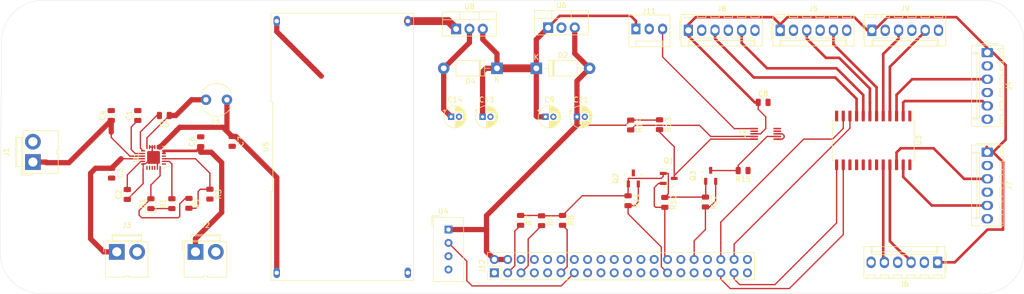
<source format=kicad_pcb>
(kicad_pcb (version 20171130) (host pcbnew "(5.1.5)-3")
  (layers (0 F.Cu signal) (31 B.Cu signal) (34 B.Paste user) (35 F.Paste user) (36 B.SilkS user) (37 F.SilkS user) (38 B.Mask user) (39 F.Mask user) (44 Edge.Cuts user))
  (net 0 "")
  (net 1 GND)
  (net 2 "Net-(C1-Pad1)")
  (net 3 "Net-(C2-Pad2)")
  (net 4 "/Gerenciamento de Bateria/Vusb")
  (net 5 "/Gerenciamento de Bateria/Vext_dc")
  (net 6 "/Gerenciamento de Bateria/SW")
  (net 7 "/Gerenciamento de Bateria/BOOT")
  (net 8 "/Gerenciamento de Bateria/VBAT")
  (net 9 /Reguladores/Vin)
  (net 10 +5V)
  (net 11 +3V3)
  (net 12 "Net-(D1-Pad1)")
  (net 13 "/Gerenciamento de Bateria/VDRV")
  (net 14 /I6)
  (net 15 /I7)
  (net 16 /I3)
  (net 17 /I2)
  (net 18 /I10)
  (net 19 /I11)
  (net 20 /I9)
  (net 21 /I8)
  (net 22 /I1)
  (net 23 /I0)
  (net 24 /I5)
  (net 25 /I4)
  (net 26 /9Vin)
  (net 27 "/Gerenciamento de Bateria/BQ_SDA")
  (net 28 "/Gerenciamento de Bateria/BQ_SCL")
  (net 29 "/Gerenciamento de Bateria/BQ_INT")
  (net 30 /Sensores/DHT_OUT)
  (net 31 /S0)
  (net 32 /S1)
  (net 33 /S2)
  (net 34 /AD_SDA)
  (net 35 /AD_SCL)
  (net 36 /AD_ALERT)
  (net 37 /S3)
  (net 38 "/Gerenciamento de Bateria/STAT")
  (net 39 "/Gerenciamento de Bateria/BAT_NTC")
  (net 40 /ADS1115+MUX/AIN0)
  (net 41 /RASP_SDA0)
  (net 42 /RASP_SCL0)
  (net 43 /RASP_INT0)
  (net 44 AIN2)
  (module Connector_Molex:Molex_KK-254_AE-6410-06A_1x06_P2.54mm_Vertical (layer F.Cu) (at 207 86 270)
    (fp_text reference J7 (at 6.35 -4.12 90) (layer F.SilkS))
    (fp_text value Conn_01x06_Male)
    (pad 1 thru_hole roundrect (at 0 0 270) (size 1.74 2.2) (drill 1.2) (layers *.Cu *.Mask) (roundrect_rratio 0.143678) (net 10 +5V))
    (pad 2 thru_hole oval (at 2.54 0 270) (size 1.74 2.2) (drill 1.2) (layers *.Cu *.Mask) (net 1 GND))
    (pad 3 thru_hole oval (at 5.08 0 270) (size 1.74 2.2) (drill 1.2) (layers *.Cu *.Mask) (net 20 /I9))
    (pad 4 thru_hole oval (at 7.62 0 270) (size 1.74 2.2) (drill 1.2) (layers *.Cu *.Mask) (net 1 GND))
    (pad 5 thru_hole oval (at 10.16 0 270) (size 1.74 2.2) (drill 1.2) (layers *.Cu *.Mask) (net 21 /I8))
    (pad 6 thru_hole oval (at 12.7 0 270) (size 1.74 2.2) (drill 1.2) (layers *.Cu *.Mask) (net 1 GND))
  )
  (module 22-23-2061:DIP-4_1889_ELL (layer F.Cu) (at 84 85)
    (fp_text reference U5 (at -14.6 0 90) (layer F.SilkS))
    (fp_text value BUCK_BOOST_BOARD)
    (pad 2 thru_hole oval (at 12.5 24) (size 1.2 2) (drill 0.8) (layers *.Cu *.Mask) (net 1 GND))
    (pad 4 thru_hole oval (at 12.5 -24) (size 1.2 2) (drill 0.8) (layers *.Cu *.Mask) (net 1 GND))
    (pad 1 thru_hole oval (at -12.5 24) (size 1.2 2) (drill 0.8) (layers *.Cu *.Mask) (net 9 /Reguladores/Vin))
    (pad 3 thru_hole oval (at -12.5 -24) (size 1.2 2) (drill 0.8) (layers *.Cu *.Mask) (net 26 /9Vin))
  )
  (module Capacitor_SMD:C_0805_2012Metric (layer F.Cu) (at 45 79 90)
    (fp_text reference C1 (at 0 -1.65 90) (layer F.SilkS))
    (fp_text value 4,7uF)
    (pad 2 smd roundrect (at 0.9375 0 90) (size 0.975 1.4) (layers F.Cu F.Paste F.Mask) (net 1 GND))
    (pad 1 smd roundrect (at -0.9375 0 90) (size 0.975 1.4) (layers F.Cu F.Paste F.Mask) (net 2 "Net-(C1-Pad1)"))
  )
  (module Capacitor_SMD:C_0805_2012Metric (layer F.Cu) (at 43 94.0625 90)
    (fp_text reference C2 (at 0 -1.65 90) (layer F.SilkS))
    (fp_text value 4,7uF)
    (pad 2 smd roundrect (at 0.9375 0 90) (size 0.975 1.4) (layers F.Cu F.Paste F.Mask) (net 3 "Net-(C2-Pad2)"))
    (pad 1 smd roundrect (at -0.9375 0 90) (size 0.975 1.4) (layers F.Cu F.Paste F.Mask) (net 1 GND))
  )
  (module Capacitor_SMD:C_0805_2012Metric (layer F.Cu) (at 40 90 270)
    (fp_text reference C3 (at 0 -1.65 90) (layer F.SilkS))
    (fp_text value 1uF)
    (pad 1 smd roundrect (at -0.9375 0 270) (size 0.975 1.4) (layers F.Cu F.Paste F.Mask) (net 4 "/Gerenciamento de Bateria/Vusb"))
    (pad 2 smd roundrect (at 0.9375 0 270) (size 0.975 1.4) (layers F.Cu F.Paste F.Mask) (net 1 GND))
  )
  (module Capacitor_SMD:C_0805_2012Metric (layer F.Cu) (at 39.9375 79 90)
    (fp_text reference C4 (at 0 -1.65 90) (layer F.SilkS))
    (fp_text value 1uF)
    (pad 2 smd roundrect (at 0.9375 0 90) (size 0.975 1.4) (layers F.Cu F.Paste F.Mask) (net 1 GND))
    (pad 1 smd roundrect (at -0.9375 0 90) (size 0.975 1.4) (layers F.Cu F.Paste F.Mask) (net 5 "/Gerenciamento de Bateria/Vext_dc"))
  )
  (module Capacitor_SMD:C_0805_2012Metric (layer F.Cu) (at 50.0625 79 180)
    (fp_text reference C5 (at 0 -1.65) (layer F.SilkS))
    (fp_text value 0,01uF)
    (pad 1 smd roundrect (at -0.9375 0 180) (size 0.975 1.4) (layers F.Cu F.Paste F.Mask) (net 6 "/Gerenciamento de Bateria/SW"))
    (pad 2 smd roundrect (at 0.9375 0 180) (size 0.975 1.4) (layers F.Cu F.Paste F.Mask) (net 7 "/Gerenciamento de Bateria/BOOT"))
  )
  (module Capacitor_SMD:C_0805_2012Metric (layer F.Cu) (at 57 84 90)
    (fp_text reference C6 (at 0 -1.65 90) (layer F.SilkS))
    (fp_text value 1uF)
    (pad 2 smd roundrect (at 0.9375 0 90) (size 0.975 1.4) (layers F.Cu F.Paste F.Mask) (net 1 GND))
    (pad 1 smd roundrect (at -0.9375 0 90) (size 0.975 1.4) (layers F.Cu F.Paste F.Mask) (net 8 "/Gerenciamento de Bateria/VBAT"))
  )
  (module Capacitor_SMD:C_0805_2012Metric (layer F.Cu) (at 63 83.9375 270)
    (fp_text reference C7 (at 0 -1.65 90) (layer F.SilkS))
    (fp_text value 1uF)
    (pad 1 smd roundrect (at -0.9375 0 270) (size 0.975 1.4) (layers F.Cu F.Paste F.Mask) (net 9 /Reguladores/Vin))
    (pad 2 smd roundrect (at 0.9375 0 270) (size 0.975 1.4) (layers F.Cu F.Paste F.Mask) (net 1 GND))
  )
  (module Capacitor_SMD:C_0805_2012Metric (layer F.Cu) (at 164.25 76.5)
    (fp_text reference C8 (at 0 -1.65) (layer F.SilkS))
    (fp_text value 1uF)
    (pad 1 smd roundrect (at -0.9375 0) (size 0.975 1.4) (layers F.Cu F.Paste F.Mask) (net 10 +5V))
    (pad 2 smd roundrect (at 0.9375 0) (size 0.975 1.4) (layers F.Cu F.Paste F.Mask) (net 1 GND))
  )
  (module Capacitor_THT:CP_Radial_D4.0mm_P1.50mm (layer F.Cu) (at 122.75 79.25)
    (fp_text reference C9 (at 0.75 -3.25) (layer F.SilkS))
    (fp_text value 0,33uF)
    (pad 1 thru_hole rect (at 0 0) (size 1.2 1.2) (drill 0.6) (layers *.Cu *.Mask) (net 26 /9Vin))
    (pad 2 thru_hole circle (at 1.5 0) (size 1.2 1.2) (drill 0.6) (layers *.Cu *.Mask) (net 1 GND))
  )
  (module Capacitor_THT:CP_Radial_D4.0mm_P1.50mm (layer F.Cu) (at 128.75 79.25)
    (fp_text reference C11 (at 0.75 -3.25) (layer F.SilkS))
    (fp_text value 0,1uF)
    (pad 2 thru_hole circle (at 1.5 0) (size 1.2 1.2) (drill 0.6) (layers *.Cu *.Mask) (net 1 GND))
    (pad 1 thru_hole rect (at 0 0) (size 1.2 1.2) (drill 0.6) (layers *.Cu *.Mask) (net 10 +5V))
  )
  (module Capacitor_THT:CP_Radial_D4.0mm_P1.50mm (layer F.Cu) (at 110.75 79.25)
    (fp_text reference C13 (at 0.75 -3.25) (layer F.SilkS))
    (fp_text value 0,33uF)
    (pad 1 thru_hole rect (at 0 0) (size 1.2 1.2) (drill 0.6) (layers *.Cu *.Mask) (net 26 /9Vin))
    (pad 2 thru_hole circle (at 1.5 0) (size 1.2 1.2) (drill 0.6) (layers *.Cu *.Mask) (net 1 GND))
  )
  (module Capacitor_THT:CP_Radial_D4.0mm_P1.50mm (layer F.Cu) (at 104.75 79.235001)
    (fp_text reference C14 (at 0.75 -3.25) (layer F.SilkS))
    (fp_text value 0,1uF)
    (pad 2 thru_hole circle (at 1.5 0) (size 1.2 1.2) (drill 0.6) (layers *.Cu *.Mask) (net 1 GND))
    (pad 1 thru_hole rect (at 0 0) (size 1.2 1.2) (drill 0.6) (layers *.Cu *.Mask) (net 11 +3V3))
  )
  (module LED_SMD:LED_0805_2012Metric (layer F.Cu) (at 47.5 95.8125 90)
    (fp_text reference D1 (at 0 -1.65 90) (layer F.SilkS))
    (fp_text value LED)
    (pad 1 smd roundrect (at -0.9375 0 90) (size 0.975 1.4) (layers F.Cu F.Paste F.Mask) (net 12 "Net-(D1-Pad1)"))
    (pad 2 smd roundrect (at 0.9375 0 90) (size 0.975 1.4) (layers F.Cu F.Paste F.Mask) (net 13 "/Gerenciamento de Bateria/VDRV"))
  )
  (module Diode_THT:D_DO-41_SOD81_P10.16mm_Horizontal (layer F.Cu) (at 121 70)
    (fp_text reference D2 (at 5.08 -2.47) (layer F.SilkS))
    (fp_text value 1N4001)
    (fp_text user K (at 0 -2.1) (layer F.SilkS))
    (pad 2 thru_hole oval (at 10.16 0) (size 2.2 2.2) (drill 1.1) (layers *.Cu *.Mask) (net 10 +5V))
    (pad 1 thru_hole rect (at 0 0) (size 2.2 2.2) (drill 1.1) (layers *.Cu *.Mask) (net 26 /9Vin))
  )
  (module Diode_THT:D_DO-41_SOD81_P10.16mm_Horizontal (layer F.Cu) (at 113.5 70 180)
    (fp_text reference D4 (at 5.08 -2.47) (layer F.SilkS))
    (fp_text value 1N4001)
    (fp_text user K (at 0 -2.1) (layer F.SilkS))
    (pad 1 thru_hole rect (at 0 0 180) (size 2.2 2.2) (drill 1.1) (layers *.Cu *.Mask) (net 26 /9Vin))
    (pad 2 thru_hole oval (at 10.16 0 180) (size 2.2 2.2) (drill 1.1) (layers *.Cu *.Mask) (net 11 +3V3))
  )
  (module Connector:JWT_A3963_1x02_P3.96mm_Vertical (layer F.Cu) (at 25 87.88 90)
    (fp_text reference J1 (at 1.91 -5.08 90) (layer F.SilkS))
    (fp_text value Conn_01x02_Male)
    (pad 1 thru_hole rect (at 0 0 90) (size 3 3) (drill 1.75) (layers *.Cu *.Mask) (net 5 "/Gerenciamento de Bateria/Vext_dc"))
    (pad 2 thru_hole circle (at 3.88 0 90) (size 3 3) (drill 1.75) (layers *.Cu *.Mask) (net 1 GND))
  )
  (module Connector:JWT_A3963_1x02_P3.96mm_Vertical (layer F.Cu) (at 56 105)
    (fp_text reference J2 (at 1.91 -5.08) (layer F.SilkS))
    (fp_text value Conn_01x02_Male)
    (pad 2 thru_hole circle (at 3.88 0) (size 3 3) (drill 1.75) (layers *.Cu *.Mask) (net 1 GND))
    (pad 1 thru_hole rect (at 0 0) (size 3 3) (drill 1.75) (layers *.Cu *.Mask) (net 8 "/Gerenciamento de Bateria/VBAT"))
  )
  (module Connector:JWT_A3963_1x02_P3.96mm_Vertical (layer F.Cu) (at 41 105)
    (fp_text reference J3 (at 1.91 -5.08) (layer F.SilkS))
    (fp_text value Conn_01x02_Female)
    (pad 1 thru_hole rect (at 0 0) (size 3 3) (drill 1.75) (layers *.Cu *.Mask) (net 4 "/Gerenciamento de Bateria/Vusb"))
    (pad 2 thru_hole circle (at 3.88 0) (size 3 3) (drill 1.75) (layers *.Cu *.Mask) (net 1 GND))
  )
  (module Connector_Molex:Molex_KK-254_AE-6410-06A_1x06_P2.54mm_Vertical (layer F.Cu) (at 207 67 270)
    (fp_text reference J4 (at 6.35 -4.12 90) (layer F.SilkS))
    (fp_text value Conn_01x06_Male)
    (pad 1 thru_hole roundrect (at 0 0 270) (size 1.74 2.2) (drill 1.2) (layers *.Cu *.Mask) (roundrect_rratio 0.143678) (net 10 +5V))
    (pad 2 thru_hole oval (at 2.54 0 270) (size 1.74 2.2) (drill 1.2) (layers *.Cu *.Mask) (net 1 GND))
    (pad 3 thru_hole oval (at 5.08 0 270) (size 1.74 2.2) (drill 1.2) (layers *.Cu *.Mask) (net 14 /I6))
    (pad 4 thru_hole oval (at 7.62 0 270) (size 1.74 2.2) (drill 1.2) (layers *.Cu *.Mask) (net 1 GND))
    (pad 5 thru_hole oval (at 10.16 0 270) (size 1.74 2.2) (drill 1.2) (layers *.Cu *.Mask) (net 15 /I7))
    (pad 6 thru_hole oval (at 12.7 0 270) (size 1.74 2.2) (drill 1.2) (layers *.Cu *.Mask) (net 1 GND))
  )
  (module Connector_Molex:Molex_KK-254_AE-6410-06A_1x06_P2.54mm_Vertical (layer F.Cu) (at 167.5 62.75)
    (fp_text reference J5 (at 6.35 -4.12) (layer F.SilkS))
    (fp_text value Conn_01x06_Male)
    (pad 6 thru_hole oval (at 12.7 0) (size 1.74 2.2) (drill 1.2) (layers *.Cu *.Mask) (net 1 GND))
    (pad 5 thru_hole oval (at 10.16 0) (size 1.74 2.2) (drill 1.2) (layers *.Cu *.Mask) (net 16 /I3))
    (pad 4 thru_hole oval (at 7.62 0) (size 1.74 2.2) (drill 1.2) (layers *.Cu *.Mask) (net 1 GND))
    (pad 3 thru_hole oval (at 5.08 0) (size 1.74 2.2) (drill 1.2) (layers *.Cu *.Mask) (net 17 /I2))
    (pad 2 thru_hole oval (at 2.54 0) (size 1.74 2.2) (drill 1.2) (layers *.Cu *.Mask) (net 1 GND))
    (pad 1 thru_hole roundrect (at 0 0) (size 1.74 2.2) (drill 1.2) (layers *.Cu *.Mask) (roundrect_rratio 0.143678) (net 10 +5V))
  )
  (module Connector_Molex:Molex_KK-254_AE-6410-06A_1x06_P2.54mm_Vertical (layer F.Cu) (at 197.54 107 180)
    (fp_text reference J6 (at 6.35 -4.12) (layer F.SilkS))
    (fp_text value Conn_01x06_Male)
    (pad 1 thru_hole roundrect (at 0 0 180) (size 1.74 2.2) (drill 1.2) (layers *.Cu *.Mask) (roundrect_rratio 0.143678) (net 10 +5V))
    (pad 2 thru_hole oval (at 2.54 0 180) (size 1.74 2.2) (drill 1.2) (layers *.Cu *.Mask) (net 1 GND))
    (pad 3 thru_hole oval (at 5.08 0 180) (size 1.74 2.2) (drill 1.2) (layers *.Cu *.Mask) (net 18 /I10))
    (pad 4 thru_hole oval (at 7.62 0 180) (size 1.74 2.2) (drill 1.2) (layers *.Cu *.Mask) (net 1 GND))
    (pad 5 thru_hole oval (at 10.16 0 180) (size 1.74 2.2) (drill 1.2) (layers *.Cu *.Mask) (net 19 /I11))
    (pad 6 thru_hole oval (at 12.7 0 180) (size 1.74 2.2) (drill 1.2) (layers *.Cu *.Mask) (net 1 GND))
  )
  (module Connector_Molex:Molex_KK-254_AE-6410-06A_1x06_P2.54mm_Vertical (layer F.Cu) (at 150 62.75)
    (fp_text reference J8 (at 6.35 -4.12) (layer F.SilkS))
    (fp_text value Conn_01x06_Male)
    (pad 6 thru_hole oval (at 12.7 0) (size 1.74 2.2) (drill 1.2) (layers *.Cu *.Mask) (net 1 GND))
    (pad 5 thru_hole oval (at 10.16 0) (size 1.74 2.2) (drill 1.2) (layers *.Cu *.Mask) (net 22 /I1))
    (pad 4 thru_hole oval (at 7.62 0) (size 1.74 2.2) (drill 1.2) (layers *.Cu *.Mask) (net 1 GND))
    (pad 3 thru_hole oval (at 5.08 0) (size 1.74 2.2) (drill 1.2) (layers *.Cu *.Mask) (net 23 /I0))
    (pad 2 thru_hole oval (at 2.54 0) (size 1.74 2.2) (drill 1.2) (layers *.Cu *.Mask) (net 1 GND))
    (pad 1 thru_hole roundrect (at 0 0) (size 1.74 2.2) (drill 1.2) (layers *.Cu *.Mask) (roundrect_rratio 0.143678) (net 10 +5V))
  )
  (module Connector_Molex:Molex_KK-254_AE-6410-06A_1x06_P2.54mm_Vertical (layer F.Cu) (at 185 62.75)
    (fp_text reference J9 (at 6.35 -4.12) (layer F.SilkS))
    (fp_text value Conn_01x06_Male)
    (pad 6 thru_hole oval (at 12.7 0) (size 1.74 2.2) (drill 1.2) (layers *.Cu *.Mask) (net 1 GND))
    (pad 5 thru_hole oval (at 10.16 0) (size 1.74 2.2) (drill 1.2) (layers *.Cu *.Mask) (net 24 /I5))
    (pad 4 thru_hole oval (at 7.62 0) (size 1.74 2.2) (drill 1.2) (layers *.Cu *.Mask) (net 1 GND))
    (pad 3 thru_hole oval (at 5.08 0) (size 1.74 2.2) (drill 1.2) (layers *.Cu *.Mask) (net 25 /I4))
    (pad 2 thru_hole oval (at 2.54 0) (size 1.74 2.2) (drill 1.2) (layers *.Cu *.Mask) (net 1 GND))
    (pad 1 thru_hole roundrect (at 0 0) (size 1.74 2.2) (drill 1.2) (layers *.Cu *.Mask) (roundrect_rratio 0.143678) (net 10 +5V))
  )
  (module Connector:FanPinHeader_1x03_P2.54mm_Vertical (layer F.Cu) (at 140 62.5)
    (fp_text reference J11 (at 2.5 -3.4) (layer F.SilkS))
    (fp_text value Conn_01x03_Female)
    (pad 1 thru_hole rect (at 0 0 90) (size 2.03 1.73) (drill 1.02) (layers *.Cu *.Mask) (net 26 /9Vin))
    (pad 2 thru_hole oval (at 2.54 0 90) (size 2.03 1.73) (drill 1.02) (layers *.Cu *.Mask) (net 1 GND))
    (pad 3 thru_hole oval (at 5.08 0 90) (size 2.03 1.73) (drill 1.02) (layers *.Cu *.Mask) (net 44 AIN2))
  )
  (module Connector_PinHeader_2.54mm:PinHeader_2x20_P2.54mm_Vertical (layer F.Cu) (at 113 109 90)
    (fp_text reference J12 (at 1.27 -2.33 90) (layer F.SilkS))
    (fp_text value Conn_02x20_Odd_Even)
    (pad 1 thru_hole rect (at 0 0 90) (size 1.7 1.7) (drill 1) (layers *.Cu *.Mask))
    (pad 2 thru_hole oval (at 2.54 0 90) (size 1.7 1.7) (drill 1) (layers *.Cu *.Mask) (net 10 +5V))
    (pad 3 thru_hole oval (at 0 2.54 90) (size 1.7 1.7) (drill 1) (layers *.Cu *.Mask) (net 27 "/Gerenciamento de Bateria/BQ_SDA"))
    (pad 4 thru_hole oval (at 2.54 2.54 90) (size 1.7 1.7) (drill 1) (layers *.Cu *.Mask) (net 10 +5V))
    (pad 5 thru_hole oval (at 0 5.08 90) (size 1.7 1.7) (drill 1) (layers *.Cu *.Mask) (net 28 "/Gerenciamento de Bateria/BQ_SCL"))
    (pad 6 thru_hole oval (at 2.54 5.08 90) (size 1.7 1.7) (drill 1) (layers *.Cu *.Mask))
    (pad 7 thru_hole oval (at 0 7.62 90) (size 1.7 1.7) (drill 1) (layers *.Cu *.Mask))
    (pad 8 thru_hole oval (at 2.54 7.62 90) (size 1.7 1.7) (drill 1) (layers *.Cu *.Mask))
    (pad 9 thru_hole oval (at 0 10.16 90) (size 1.7 1.7) (drill 1) (layers *.Cu *.Mask))
    (pad 10 thru_hole oval (at 2.54 10.16 90) (size 1.7 1.7) (drill 1) (layers *.Cu *.Mask))
    (pad 11 thru_hole oval (at 0 12.7 90) (size 1.7 1.7) (drill 1) (layers *.Cu *.Mask) (net 29 "/Gerenciamento de Bateria/BQ_INT"))
    (pad 12 thru_hole oval (at 2.54 12.7 90) (size 1.7 1.7) (drill 1) (layers *.Cu *.Mask))
    (pad 13 thru_hole oval (at 0 15.24 90) (size 1.7 1.7) (drill 1) (layers *.Cu *.Mask) (net 30 /Sensores/DHT_OUT))
    (pad 14 thru_hole oval (at 2.54 15.24 90) (size 1.7 1.7) (drill 1) (layers *.Cu *.Mask))
    (pad 15 thru_hole oval (at 0 17.78 90) (size 1.7 1.7) (drill 1) (layers *.Cu *.Mask))
    (pad 16 thru_hole oval (at 2.54 17.78 90) (size 1.7 1.7) (drill 1) (layers *.Cu *.Mask))
    (pad 17 thru_hole oval (at 0 20.32 90) (size 1.7 1.7) (drill 1) (layers *.Cu *.Mask))
    (pad 18 thru_hole oval (at 2.54 20.32 90) (size 1.7 1.7) (drill 1) (layers *.Cu *.Mask))
    (pad 19 thru_hole oval (at 0 22.86 90) (size 1.7 1.7) (drill 1) (layers *.Cu *.Mask))
    (pad 20 thru_hole oval (at 2.54 22.86 90) (size 1.7 1.7) (drill 1) (layers *.Cu *.Mask))
    (pad 21 thru_hole oval (at 0 25.4 90) (size 1.7 1.7) (drill 1) (layers *.Cu *.Mask))
    (pad 22 thru_hole oval (at 2.54 25.4 90) (size 1.7 1.7) (drill 1) (layers *.Cu *.Mask))
    (pad 23 thru_hole oval (at 0 27.94 90) (size 1.7 1.7) (drill 1) (layers *.Cu *.Mask))
    (pad 24 thru_hole oval (at 2.54 27.94 90) (size 1.7 1.7) (drill 1) (layers *.Cu *.Mask))
    (pad 25 thru_hole oval (at 0 30.48 90) (size 1.7 1.7) (drill 1) (layers *.Cu *.Mask))
    (pad 26 thru_hole oval (at 2.54 30.48 90) (size 1.7 1.7) (drill 1) (layers *.Cu *.Mask))
    (pad 27 thru_hole oval (at 0 33.02 90) (size 1.7 1.7) (drill 1) (layers *.Cu *.Mask) (net 41 /RASP_SDA0))
    (pad 28 thru_hole oval (at 2.54 33.02 90) (size 1.7 1.7) (drill 1) (layers *.Cu *.Mask) (net 42 /RASP_SCL0))
    (pad 29 thru_hole oval (at 0 35.56 90) (size 1.7 1.7) (drill 1) (layers *.Cu *.Mask))
    (pad 30 thru_hole oval (at 2.54 35.56 90) (size 1.7 1.7) (drill 1) (layers *.Cu *.Mask))
    (pad 31 thru_hole oval (at 0 38.1 90) (size 1.7 1.7) (drill 1) (layers *.Cu *.Mask))
    (pad 32 thru_hole oval (at 2.54 38.1 90) (size 1.7 1.7) (drill 1) (layers *.Cu *.Mask) (net 43 /RASP_INT0))
    (pad 33 thru_hole oval (at 0 40.64 90) (size 1.7 1.7) (drill 1) (layers *.Cu *.Mask))
    (pad 34 thru_hole oval (at 2.54 40.64 90) (size 1.7 1.7) (drill 1) (layers *.Cu *.Mask))
    (pad 35 thru_hole oval (at 0 43.18 90) (size 1.7 1.7) (drill 1) (layers *.Cu *.Mask) (net 33 /S2))
    (pad 36 thru_hole oval (at 2.54 43.18 90) (size 1.7 1.7) (drill 1) (layers *.Cu *.Mask) (net 32 /S1))
    (pad 37 thru_hole oval (at 0 45.72 90) (size 1.7 1.7) (drill 1) (layers *.Cu *.Mask) (net 37 /S3))
    (pad 38 thru_hole oval (at 2.54 45.72 90) (size 1.7 1.7) (drill 1) (layers *.Cu *.Mask) (net 31 /S0))
    (pad 39 thru_hole oval (at 0 48.26 90) (size 1.7 1.7) (drill 1) (layers *.Cu *.Mask))
    (pad 40 thru_hole oval (at 2.54 48.26 90) (size 1.7 1.7) (drill 1) (layers *.Cu *.Mask))
  )
  (module Inductor_THT:L_Radial_D6.0mm_P4.00mm (layer F.Cu) (at 62 76 180)
    (fp_text reference L1 (at 2 -4.25) (layer F.SilkS))
    (fp_text value 1,5uH)
    (pad 1 thru_hole circle (at 0 0 180) (size 2 2) (drill 1) (layers *.Cu *.Mask) (net 9 /Reguladores/Vin))
    (pad 2 thru_hole circle (at 4 0 180) (size 2 2) (drill 1) (layers *.Cu *.Mask) (net 6 "/Gerenciamento de Bateria/SW"))
  )
  (module Resistor_SMD:R_0805_2012Metric (layer F.Cu) (at 51.5 95.8125 90)
    (fp_text reference R1 (at 0 -1.65 90) (layer F.SilkS))
    (fp_text value 1K)
    (pad 1 smd roundrect (at -0.9375 0 90) (size 0.975 1.4) (layers F.Cu F.Paste F.Mask) (net 12 "Net-(D1-Pad1)"))
    (pad 2 smd roundrect (at 0.9375 0 90) (size 0.975 1.4) (layers F.Cu F.Paste F.Mask) (net 38 "/Gerenciamento de Bateria/STAT"))
  )
  (module Resistor_SMD:R_0805_2012Metric (layer F.Cu) (at 54.75 95.75 270)
    (fp_text reference R2 (at 0 -1.65 90) (layer F.SilkS))
    (fp_text value 10k)
    (pad 1 smd roundrect (at -0.9375 0 270) (size 0.975 1.4) (layers F.Cu F.Paste F.Mask) (net 13 "/Gerenciamento de Bateria/VDRV"))
    (pad 2 smd roundrect (at 0.9375 0 270) (size 0.975 1.4) (layers F.Cu F.Paste F.Mask) (net 39 "/Gerenciamento de Bateria/BAT_NTC"))
  )
  (module Resistor_SMD:R_0805_2012Metric (layer F.Cu) (at 58.75 94 270)
    (fp_text reference R3 (at 0 -1.65 90) (layer F.SilkS))
    (fp_text value 10K)
    (pad 2 smd roundrect (at 0.9375 0 270) (size 0.975 1.4) (layers F.Cu F.Paste F.Mask) (net 1 GND))
    (pad 1 smd roundrect (at -0.9375 0 270) (size 0.975 1.4) (layers F.Cu F.Paste F.Mask) (net 39 "/Gerenciamento de Bateria/BAT_NTC"))
  )
  (module Resistor_SMD:R_0805_2012Metric (layer F.Cu) (at 122 99.0625 270)
    (fp_text reference R4 (at 0 -1.65 90) (layer F.SilkS))
    (fp_text value 10k)
    (pad 2 smd roundrect (at 0.9375 0 270) (size 0.975 1.4) (layers F.Cu F.Paste F.Mask) (net 28 "/Gerenciamento de Bateria/BQ_SCL"))
    (pad 1 smd roundrect (at -0.9375 0 270) (size 0.975 1.4) (layers F.Cu F.Paste F.Mask) (net 11 +3V3))
  )
  (module Resistor_SMD:R_0805_2012Metric (layer F.Cu) (at 118 99 270)
    (fp_text reference R7 (at 0 -1.65 90) (layer F.SilkS))
    (fp_text value 10k)
    (pad 2 smd roundrect (at 0.9375 0 270) (size 0.975 1.4) (layers F.Cu F.Paste F.Mask) (net 27 "/Gerenciamento de Bateria/BQ_SDA"))
    (pad 1 smd roundrect (at -0.9375 0 270) (size 0.975 1.4) (layers F.Cu F.Paste F.Mask) (net 11 +3V3))
  )
  (module Resistor_SMD:R_0805_2012Metric (layer F.Cu) (at 126 99 270)
    (fp_text reference R8 (at 0 -1.65 90) (layer F.SilkS))
    (fp_text value 10k)
    (pad 1 smd roundrect (at -0.9375 0 270) (size 0.975 1.4) (layers F.Cu F.Paste F.Mask) (net 11 +3V3))
    (pad 2 smd roundrect (at 0.9375 0 270) (size 0.975 1.4) (layers F.Cu F.Paste F.Mask) (net 29 "/Gerenciamento de Bateria/BQ_INT"))
  )
  (module Package_DFN_QFN:VQFN-24-1EP_4x4mm_P0.5mm_EP2.45x2.45mm (layer F.Cu) (at 48 87 90)
    (fp_text reference U1 (at 0 -3.32 90) (layer F.SilkS))
    (fp_text value BQ24160RGET)
    (pad 25 smd roundrect (at 0 0 90) (size 2.45 2.45) (layers F.Cu F.Mask) (roundrect_rratio 0.102))
    (pad 1 smd roundrect (at -1.9875 -1.25 90) (size 0.775 0.25) (layers F.Cu F.Paste F.Mask))
    (pad 2 smd roundrect (at -1.9875 -0.75 90) (size 0.775 0.25) (layers F.Cu F.Paste F.Mask))
    (pad 3 smd roundrect (at -1.9875 -0.25 90) (size 0.775 0.25) (layers F.Cu F.Paste F.Mask))
    (pad 4 smd roundrect (at -1.9875 0.25 90) (size 0.775 0.25) (layers F.Cu F.Paste F.Mask))
    (pad 5 smd roundrect (at -1.9875 0.75 90) (size 0.775 0.25) (layers F.Cu F.Paste F.Mask) (net 1 GND))
    (pad 6 smd roundrect (at -1.9875 1.25 90) (size 0.775 0.25) (layers F.Cu F.Paste F.Mask) (net 13 "/Gerenciamento de Bateria/VDRV"))
    (pad 7 smd roundrect (at -1.25 1.9875 90) (size 0.25 0.775) (layers F.Cu F.Paste F.Mask))
    (pad 8 smd roundrect (at -0.75 1.9875 90) (size 0.25 0.775) (layers F.Cu F.Paste F.Mask) (net 38 "/Gerenciamento de Bateria/STAT"))
    (pad 9 smd roundrect (at -0.25 1.9875 90) (size 0.25 0.775) (layers F.Cu F.Paste F.Mask) (net 39 "/Gerenciamento de Bateria/BAT_NTC"))
    (pad 10 smd roundrect (at 0.25 1.9875 90) (size 0.25 0.775) (layers F.Cu F.Paste F.Mask))
    (pad 11 smd roundrect (at 0.75 1.9875 90) (size 0.25 0.775) (layers F.Cu F.Paste F.Mask) (net 8 "/Gerenciamento de Bateria/VBAT"))
    (pad 12 smd roundrect (at 1.25 1.9875 90) (size 0.25 0.775) (layers F.Cu F.Paste F.Mask) (net 8 "/Gerenciamento de Bateria/VBAT"))
    (pad 13 smd roundrect (at 1.9875 1.25 90) (size 0.775 0.25) (layers F.Cu F.Paste F.Mask) (net 9 /Reguladores/Vin))
    (pad 14 smd roundrect (at 1.9875 0.75 90) (size 0.775 0.25) (layers F.Cu F.Paste F.Mask) (net 9 /Reguladores/Vin))
    (pad 15 smd roundrect (at 1.9875 0.25 90) (size 0.775 0.25) (layers F.Cu F.Paste F.Mask) (net 1 GND))
    (pad 16 smd roundrect (at 1.9875 -0.25 90) (size 0.775 0.25) (layers F.Cu F.Paste F.Mask) (net 1 GND))
    (pad 17 smd roundrect (at 1.9875 -0.75 90) (size 0.775 0.25) (layers F.Cu F.Paste F.Mask) (net 1 GND))
    (pad 18 smd roundrect (at 1.9875 -1.25 90) (size 0.775 0.25) (layers F.Cu F.Paste F.Mask) (net 6 "/Gerenciamento de Bateria/SW"))
    (pad 19 smd roundrect (at 1.25 -1.9875 90) (size 0.25 0.775) (layers F.Cu F.Paste F.Mask) (net 7 "/Gerenciamento de Bateria/BOOT"))
    (pad 20 smd roundrect (at 0.75 -1.9875 90) (size 0.25 0.775) (layers F.Cu F.Paste F.Mask) (net 2 "Net-(C1-Pad1)"))
    (pad 21 smd roundrect (at 0.25 -1.9875 90) (size 0.25 0.775) (layers F.Cu F.Paste F.Mask) (net 5 "/Gerenciamento de Bateria/Vext_dc"))
    (pad 22 smd roundrect (at -0.25 -1.9875 90) (size 0.25 0.775) (layers F.Cu F.Paste F.Mask) (net 4 "/Gerenciamento de Bateria/Vusb"))
    (pad 23 smd roundrect (at -0.75 -1.9875 90) (size 0.25 0.775) (layers F.Cu F.Paste F.Mask) (net 3 "Net-(C2-Pad2)"))
    (pad 24 smd roundrect (at -1.25 -1.9875 90) (size 0.25 0.775) (layers F.Cu F.Paste F.Mask) (net 1 GND))
  )
  (module digikey-footprints:MSOP-10_W3mm (layer F.Cu) (at 164.75 82.5 90)
    (fp_text reference U2 (at 0 -4.4 90) (layer F.SilkS))
    (fp_text value ADS1115IDGST)
    (pad 1 smd rect (at -1 2.2 90) (size 0.3 1.45) (layers F.Cu F.Paste F.Mask) (net 1 GND))
    (pad 6 smd rect (at 1 -2.2 90) (size 0.3 1.45) (layers F.Cu F.Paste F.Mask) (net 44 AIN2))
    (pad 2 smd rect (at -0.5 2.2 90) (size 0.3 1.45) (layers F.Cu F.Paste F.Mask) (net 36 /AD_ALERT))
    (pad 3 smd rect (at 0 2.2 90) (size 0.3 1.45) (layers F.Cu F.Paste F.Mask) (net 1 GND))
    (pad 4 smd rect (at 0.5 2.2 90) (size 0.3 1.45) (layers F.Cu F.Paste F.Mask) (net 40 /ADS1115+MUX/AIN0))
    (pad 5 smd rect (at 1 2.2 90) (size 0.3 1.45) (layers F.Cu F.Paste F.Mask))
    (pad 7 smd rect (at 0.5 -2.2 90) (size 0.3 1.45) (layers F.Cu F.Paste F.Mask))
    (pad 8 smd rect (at 0 -2.2 90) (size 0.3 1.45) (layers F.Cu F.Paste F.Mask) (net 10 +5V))
    (pad 9 smd rect (at -0.5 -2.2 90) (size 0.3 1.45) (layers F.Cu F.Paste F.Mask) (net 34 /AD_SDA))
    (pad 10 smd rect (at -1 -2.2 90) (size 0.3 1.45) (layers F.Cu F.Paste F.Mask) (net 35 /AD_SCL))
  )
  (module Package_SO:SOIC-24W_7.5x15.4mm_P1.27mm (layer F.Cu) (at 185.25 83.75 270)
    (fp_text reference U3 (at 0 -8.65 90) (layer F.SilkS))
    (fp_text value CD74HC4067M)
    (pad 1 smd roundrect (at -4.65 -6.985 270) (size 2.05 0.6) (layers F.Cu F.Paste F.Mask) (net 40 /ADS1115+MUX/AIN0))
    (pad 2 smd roundrect (at -4.65 -5.715 270) (size 2.05 0.6) (layers F.Cu F.Paste F.Mask) (net 15 /I7))
    (pad 3 smd roundrect (at -4.65 -4.445 270) (size 2.05 0.6) (layers F.Cu F.Paste F.Mask) (net 14 /I6))
    (pad 4 smd roundrect (at -4.65 -3.175 270) (size 2.05 0.6) (layers F.Cu F.Paste F.Mask) (net 24 /I5))
    (pad 5 smd roundrect (at -4.65 -1.905 270) (size 2.05 0.6) (layers F.Cu F.Paste F.Mask) (net 25 /I4))
    (pad 6 smd roundrect (at -4.65 -0.635 270) (size 2.05 0.6) (layers F.Cu F.Paste F.Mask) (net 16 /I3))
    (pad 7 smd roundrect (at -4.65 0.635 270) (size 2.05 0.6) (layers F.Cu F.Paste F.Mask) (net 17 /I2))
    (pad 8 smd roundrect (at -4.65 1.905 270) (size 2.05 0.6) (layers F.Cu F.Paste F.Mask) (net 22 /I1))
    (pad 9 smd roundrect (at -4.65 3.175 270) (size 2.05 0.6) (layers F.Cu F.Paste F.Mask) (net 23 /I0))
    (pad 10 smd roundrect (at -4.65 4.445 270) (size 2.05 0.6) (layers F.Cu F.Paste F.Mask) (net 31 /S0))
    (pad 11 smd roundrect (at -4.65 5.715 270) (size 2.05 0.6) (layers F.Cu F.Paste F.Mask) (net 32 /S1))
    (pad 12 smd roundrect (at -4.65 6.985 270) (size 2.05 0.6) (layers F.Cu F.Paste F.Mask) (net 1 GND))
    (pad 13 smd roundrect (at 4.65 6.985 270) (size 2.05 0.6) (layers F.Cu F.Paste F.Mask) (net 37 /S3))
    (pad 14 smd roundrect (at 4.65 5.715 270) (size 2.05 0.6) (layers F.Cu F.Paste F.Mask) (net 33 /S2))
    (pad 15 smd roundrect (at 4.65 4.445 270) (size 2.05 0.6) (layers F.Cu F.Paste F.Mask) (net 1 GND))
    (pad 16 smd roundrect (at 4.65 3.175 270) (size 2.05 0.6) (layers F.Cu F.Paste F.Mask))
    (pad 17 smd roundrect (at 4.65 1.905 270) (size 2.05 0.6) (layers F.Cu F.Paste F.Mask))
    (pad 18 smd roundrect (at 4.65 0.635 270) (size 2.05 0.6) (layers F.Cu F.Paste F.Mask))
    (pad 19 smd roundrect (at 4.65 -0.635 270) (size 2.05 0.6) (layers F.Cu F.Paste F.Mask))
    (pad 20 smd roundrect (at 4.65 -1.905 270) (size 2.05 0.6) (layers F.Cu F.Paste F.Mask) (net 19 /I11))
    (pad 21 smd roundrect (at 4.65 -3.175 270) (size 2.05 0.6) (layers F.Cu F.Paste F.Mask) (net 18 /I10))
    (pad 22 smd roundrect (at 4.65 -4.445 270) (size 2.05 0.6) (layers F.Cu F.Paste F.Mask) (net 20 /I9))
    (pad 23 smd roundrect (at 4.65 -5.715 270) (size 2.05 0.6) (layers F.Cu F.Paste F.Mask) (net 21 /I8))
    (pad 24 smd roundrect (at 4.65 -6.985 270) (size 2.05 0.6) (layers F.Cu F.Paste F.Mask) (net 10 +5V))
  )
  (module Sensor:Aosong_DHT11_5.5x12.0_P2.54mm (layer F.Cu) (at 104.25 100.75)
    (fp_text reference U4 (at -1 -3.5) (layer F.SilkS))
    (fp_text value DHT11)
    (pad 1 thru_hole rect (at 0 0) (size 1.5 1.5) (drill 0.8) (layers *.Cu *.Mask) (net 10 +5V))
    (pad 2 thru_hole circle (at 0 2.54) (size 1.5 1.5) (drill 0.8) (layers *.Cu *.Mask) (net 30 /Sensores/DHT_OUT))
    (pad 3 thru_hole circle (at 0 5.08) (size 1.5 1.5) (drill 0.8) (layers *.Cu *.Mask))
    (pad 4 thru_hole circle (at 0 7.62) (size 1.5 1.5) (drill 0.8) (layers *.Cu *.Mask) (net 1 GND))
  )
  (module Package_TO_SOT_THT:TO-220-3_Vertical (layer F.Cu) (at 123.25 62.25)
    (fp_text reference U6 (at 2.54 -4.27) (layer F.SilkS))
    (fp_text value LM7805_TO220)
    (pad 3 thru_hole oval (at 5.08 0) (size 1.905 2) (drill 1.1) (layers *.Cu *.Mask) (net 10 +5V))
    (pad 2 thru_hole oval (at 2.54 0) (size 1.905 2) (drill 1.1) (layers *.Cu *.Mask) (net 1 GND))
    (pad 1 thru_hole rect (at 0 0) (size 1.905 2) (drill 1.1) (layers *.Cu *.Mask) (net 26 /9Vin))
  )
  (module Package_TO_SOT_THT:TO-220-3_Vertical (layer F.Cu) (at 105.71 62.5)
    (fp_text reference U8 (at 2.54 -4.27) (layer F.SilkS))
    (fp_text value LM1117-3.3)
    (pad 1 thru_hole rect (at 0 0) (size 1.905 2) (drill 1.1) (layers *.Cu *.Mask) (net 1 GND))
    (pad 2 thru_hole oval (at 2.54 0) (size 1.905 2) (drill 1.1) (layers *.Cu *.Mask) (net 11 +3V3))
    (pad 3 thru_hole oval (at 5.08 0) (size 1.905 2) (drill 1.1) (layers *.Cu *.Mask) (net 26 /9Vin))
  )
  (module digikey-footprints:SOT-23-3 (layer F.Cu) (at 146.25 91)
    (fp_text reference Q1 (at 0.025 -3.375) (layer F.SilkS))
    (fp_text value BSS138)
    (pad 3 smd rect (at 1.05 0) (size 1.3 0.6) (layers F.Cu F.Paste F.Mask) (net 35 /AD_SCL))
    (pad 2 smd rect (at -1.05 0.95) (size 1.3 0.6) (layers F.Cu F.Paste F.Mask) (net 42 /RASP_SCL0))
    (pad 1 smd rect (at -1.05 -0.95) (size 1.3 0.6) (layers F.Cu F.Paste F.Mask) (net 11 +3V3))
  )
  (module digikey-footprints:SOT-23-3 (layer F.Cu) (at 139.5 91 90)
    (fp_text reference Q2 (at 0.025 -3.375 90) (layer F.SilkS))
    (fp_text value BSS138)
    (pad 1 smd rect (at -1.05 -0.95 90) (size 1.3 0.6) (layers F.Cu F.Paste F.Mask) (net 11 +3V3))
    (pad 2 smd rect (at -1.05 0.95 90) (size 1.3 0.6) (layers F.Cu F.Paste F.Mask) (net 41 /RASP_SDA0))
    (pad 3 smd rect (at 1.05 0 90) (size 1.3 0.6) (layers F.Cu F.Paste F.Mask) (net 34 /AD_SDA))
  )
  (module digikey-footprints:SOT-23-3 (layer F.Cu) (at 154.25 90.5 90)
    (fp_text reference Q3 (at 0.025 -3.375 90) (layer F.SilkS))
    (fp_text value BSS138)
    (pad 3 smd rect (at 1.05 0 90) (size 1.3 0.6) (layers F.Cu F.Paste F.Mask) (net 36 /AD_ALERT))
    (pad 2 smd rect (at -1.05 0.95 90) (size 1.3 0.6) (layers F.Cu F.Paste F.Mask) (net 43 /RASP_INT0))
    (pad 1 smd rect (at -1.05 -0.95 90) (size 1.3 0.6) (layers F.Cu F.Paste F.Mask) (net 11 +3V3))
  )
  (module Resistor_SMD:R_0805_2012Metric (layer F.Cu) (at 145.5 95.5625 270)
    (fp_text reference R10 (at 0 -1.65 90) (layer F.SilkS))
    (fp_text value 10k)
    (pad 2 smd roundrect (at 0.9375 0 270) (size 0.975 1.4) (layers F.Cu F.Paste F.Mask) (net 42 /RASP_SCL0))
    (pad 1 smd roundrect (at -0.9375 0 270) (size 0.975 1.4) (layers F.Cu F.Paste F.Mask) (net 11 +3V3))
  )
  (module Resistor_SMD:R_0805_2012Metric (layer F.Cu) (at 138.5 95.25 270)
    (fp_text reference R11 (at 0 -1.65 90) (layer F.SilkS))
    (fp_text value 10k)
    (pad 2 smd roundrect (at 0.9375 0 270) (size 0.975 1.4) (layers F.Cu F.Paste F.Mask) (net 41 /RASP_SDA0))
    (pad 1 smd roundrect (at -0.9375 0 270) (size 0.975 1.4) (layers F.Cu F.Paste F.Mask) (net 11 +3V3))
  )
  (module Resistor_SMD:R_0805_2012Metric (layer F.Cu) (at 153.25 95.5 270)
    (fp_text reference R12 (at 0 -1.65 90) (layer F.SilkS))
    (fp_text value 10k)
    (pad 1 smd roundrect (at -0.9375 0 270) (size 0.975 1.4) (layers F.Cu F.Paste F.Mask) (net 11 +3V3))
    (pad 2 smd roundrect (at 0.9375 0 270) (size 0.975 1.4) (layers F.Cu F.Paste F.Mask) (net 43 /RASP_INT0))
  )
  (module Resistor_SMD:R_0805_2012Metric (layer F.Cu) (at 144.5 80.75 270)
    (fp_text reference R13 (at 0 -1.65 90) (layer F.SilkS))
    (fp_text value 10k)
    (pad 1 smd roundrect (at -0.9375 0 270) (size 0.975 1.4) (layers F.Cu F.Paste F.Mask) (net 10 +5V))
    (pad 2 smd roundrect (at 0.9375 0 270) (size 0.975 1.4) (layers F.Cu F.Paste F.Mask) (net 35 /AD_SCL))
  )
  (module Resistor_SMD:R_0805_2012Metric (layer F.Cu) (at 139 80.8125 270)
    (fp_text reference R14 (at 0 -1.65 90) (layer F.SilkS))
    (fp_text value 10k)
    (pad 1 smd roundrect (at -0.9375 0 270) (size 0.975 1.4) (layers F.Cu F.Paste F.Mask) (net 10 +5V))
    (pad 2 smd roundrect (at 0.9375 0 270) (size 0.975 1.4) (layers F.Cu F.Paste F.Mask) (net 34 /AD_SDA))
  )
  (module Resistor_SMD:R_0805_2012Metric (layer F.Cu) (at 160.4375 89.5 180)
    (fp_text reference R15 (at 0 -1.65) (layer F.SilkS))
    (fp_text value 10k)
    (pad 2 smd roundrect (at 0.9375 0 180) (size 0.975 1.4) (layers F.Cu F.Paste F.Mask) (net 36 /AD_ALERT))
    (pad 1 smd roundrect (at -0.9375 0 180) (size 0.975 1.4) (layers F.Cu F.Paste F.Mask) (net 10 +5V))
  )
  (gr_arc (start 206 105) (end 206 113) (angle -90) (layer Edge.Cuts) (width 0.05))
  (gr_arc (start 206 65) (end 214 65) (angle -90) (layer Edge.Cuts) (width 0.05))
  (gr_arc (start 26.75 105) (end 18.75 105) (angle -90) (layer Edge.Cuts) (width 0.05))
  (gr_line (start 19 65) (end 18.75 105) (layer Edge.Cuts) (width 0.05))
  (gr_line (start 206 57) (end 27 57) (layer Edge.Cuts) (width 0.05))
  (gr_arc (start 27 65) (end 27 57) (angle -90) (layer Edge.Cuts) (width 0.05))
  (gr_line (start 214 105) (end 214 65) (layer Edge.Cuts) (width 0.05))
  (gr_line (start 26.75 113) (end 206 113) (layer Edge.Cuts) (width 0.05))
  (segment (start 47.75 86.75) (end 48 87) (width 0.25) (layer F.Cu) (net 1))
  (segment (start 47.75 85.0125) (end 47.75 86.75) (width 0.25) (layer F.Cu) (net 1))
  (segment (start 46.0125 88.25) (end 46.0125 88.2375) (width 0.25) (layer F.Cu) (net 1))
  (segment (start 46.04999 88.20001) (end 46.498012 88.20001) (width 0.25) (layer F.Cu) (net 1))
  (segment (start 46.0125 88.2375) (end 46.04999 88.20001) (width 0.25) (layer F.Cu) (net 1))
  (segment (start 47.698022 87) (end 48 87) (width 0.25) (layer F.Cu) (net 1))
  (segment (start 46.498012 88.20001) (end 47.698022 87) (width 0.25) (layer F.Cu) (net 1))
  (segment (start 46.0125 91.9875) (end 43 95) (width 0.25) (layer F.Cu) (net 1))
  (segment (start 46.0125 88.25) (end 46.0125 91.9875) (width 0.25) (layer F.Cu) (net 1))
  (segment (start 48.75 87.75) (end 48 87) (width 0.25) (layer F.Cu) (net 1))
  (segment (start 48.75 88.9875) (end 48.75 87.75) (width 0.25) (layer F.Cu) (net 1))
  (segment (start 47.25 85.0125) (end 47.4875 85.0125) (width 0.25) (layer F.Cu) (net 1))
  (segment (start 47.4875 85.0125) (end 47.75 85.0125) (width 0.25) (layer F.Cu) (net 1))
  (segment (start 47.75 85.0125) (end 48.25 85.0125) (width 0.25) (layer F.Cu) (net 1))
  (segment (start 167.925 82.5) (end 168.25 82.825) (width 0.25) (layer F.Cu) (net 1))
  (segment (start 166.95 82.5) (end 167.925 82.5) (width 0.25) (layer F.Cu) (net 1))
  (segment (start 167.925 83.5) (end 166.95 83.5) (width 0.25) (layer F.Cu) (net 1))
  (segment (start 168.25 83.175) (end 167.925 83.5) (width 0.25) (layer F.Cu) (net 1))
  (segment (start 168.25 82.825) (end 168.25 83.175) (width 0.25) (layer F.Cu) (net 1))
  (segment (start 104.21 61) (end 105.71 62.5) (width 1.5) (layer F.Cu) (net 1))
  (segment (start 96.5 61) (end 104.21 61) (width 1.5) (layer F.Cu) (net 1))
  (segment (start 45 79.9375) (end 43.75 81.1875) (width 0.25) (layer F.Cu) (net 2))
  (segment (start 43.75 81.1875) (end 43.75 85.5) (width 0.25) (layer F.Cu) (net 2))
  (segment (start 44.5 86.25) (end 46.0125 86.25) (width 0.25) (layer F.Cu) (net 2))
  (segment (start 43.75 85.5) (end 44.5 86.25) (width 0.25) (layer F.Cu) (net 2))
  (segment (start 43 90.326978) (end 43 92.6375) (width 0.25) (layer F.Cu) (net 3))
  (segment (start 45.576978 87.75) (end 43 90.326978) (width 0.25) (layer F.Cu) (net 3))
  (segment (start 43 92.6375) (end 43 93.125) (width 0.25) (layer F.Cu) (net 3))
  (segment (start 46.0125 87.75) (end 45.576978 87.75) (width 0.25) (layer F.Cu) (net 3))
  (segment (start 38.5 105) (end 36 102.5) (width 1) (layer F.Cu) (net 4))
  (segment (start 41 105) (end 38.5 105) (width 1) (layer F.Cu) (net 4))
  (segment (start 36 102.5) (end 36 90) (width 1) (layer F.Cu) (net 4))
  (segment (start 36.9375 89.0625) (end 40 89.0625) (width 1) (layer F.Cu) (net 4))
  (segment (start 36 90) (end 36.9375 89.0625) (width 1) (layer F.Cu) (net 4))
  (segment (start 40 89.0625) (end 41.8125 87.25) (width 1) (layer F.Cu) (net 4))
  (segment (start 41.8125 87.25) (end 46.0125 87.25) (width 0.25) (layer F.Cu) (net 4))
  (segment (start 27.5 87.88) (end 27.62 88) (width 1) (layer F.Cu) (net 5))
  (segment (start 25 87.88) (end 27.5 87.88) (width 1) (layer F.Cu) (net 5))
  (segment (start 31.875 88) (end 39.9375 79.9375) (width 1) (layer F.Cu) (net 5))
  (segment (start 27.62 88) (end 31.875 88) (width 1) (layer F.Cu) (net 5))
  (segment (start 46.0125 86.75) (end 44.5 86.75) (width 0.25) (layer F.Cu) (net 5))
  (segment (start 39.9375 80.425) (end 39.9375 79.9375) (width 0.25) (layer F.Cu) (net 5))
  (segment (start 39.9375 82.1875) (end 39.9375 80.425) (width 1) (layer F.Cu) (net 5))
  (segment (start 39.9375 82.1875) (end 39.9375 83.1875) (width 0.25) (layer F.Cu) (net 5))
  (segment (start 43.5 86.75) (end 44.5 86.75) (width 0.25) (layer F.Cu) (net 5))
  (segment (start 39.9375 83.1875) (end 43.5 86.75) (width 0.25) (layer F.Cu) (net 5))
  (segment (start 58 76) (end 55.25 76) (width 1) (layer F.Cu) (net 6))
  (segment (start 52.25 79) (end 51 79) (width 1) (layer F.Cu) (net 6))
  (segment (start 55.25 76) (end 52.25 79) (width 1) (layer F.Cu) (net 6))
  (segment (start 46.75 83.25) (end 51 79) (width 0.25) (layer F.Cu) (net 6))
  (segment (start 46.75 85.0125) (end 46.75 83.25) (width 0.25) (layer F.Cu) (net 6))
  (segment (start 48.6375 79) (end 45.5 82.1375) (width 0.25) (layer F.Cu) (net 7))
  (segment (start 49.125 79) (end 48.6375 79) (width 0.25) (layer F.Cu) (net 7))
  (segment (start 45.5 85.2375) (end 46.0125 85.75) (width 0.25) (layer F.Cu) (net 7))
  (segment (start 45.5 82.1375) (end 45.5 85.2375) (width 0.25) (layer F.Cu) (net 7))
  (segment (start 56 102.5) (end 61 97.5) (width 1) (layer F.Cu) (net 8))
  (segment (start 56 105) (end 56 102.5) (width 1) (layer F.Cu) (net 8))
  (segment (start 57 84.9375) (end 57 86) (width 1) (layer F.Cu) (net 8))
  (segment (start 57 86) (end 59 86) (width 1) (layer F.Cu) (net 8))
  (segment (start 61 88) (end 61 97.5) (width 1) (layer F.Cu) (net 8))
  (segment (start 59 86) (end 61 88) (width 1) (layer F.Cu) (net 8))
  (segment (start 49.9875 85.75) (end 49.9875 86.25) (width 0.25) (layer F.Cu) (net 8))
  (segment (start 56.1875 85.75) (end 57 84.9375) (width 0.5) (layer F.Cu) (net 8))
  (segment (start 49.9875 85.75) (end 56.1875 85.75) (width 0.5) (layer F.Cu) (net 8))
  (segment (start 49.9875 85.75) (end 49.9875 86.17499) (width 0.5) (layer F.Cu) (net 8))
  (segment (start 62 82) (end 63 83) (width 1) (layer F.Cu) (net 9))
  (segment (start 62 76) (end 62 82) (width 1) (layer F.Cu) (net 9))
  (segment (start 71.5 90.8) (end 71.5 107) (width 1) (layer F.Cu) (net 9))
  (segment (start 63.7 83) (end 71.5 90.8) (width 1) (layer F.Cu) (net 9))
  (segment (start 71.5 107) (end 71.5 109) (width 1) (layer F.Cu) (net 9))
  (segment (start 63 83) (end 63.7 83) (width 1) (layer F.Cu) (net 9))
  (segment (start 49.25 85.0125) (end 49.07501 85.0125) (width 1) (layer F.Cu) (net 9))
  (segment (start 52.38751 81.87499) (end 52.38751 81.86249) (width 1) (layer F.Cu) (net 9))
  (segment (start 49.25 85.0125) (end 52.38751 81.87499) (width 1) (layer F.Cu) (net 9))
  (segment (start 52.38751 81.86249) (end 53 81.25) (width 1) (layer F.Cu) (net 9))
  (segment (start 61.25 81.25) (end 62 82) (width 1) (layer F.Cu) (net 9))
  (segment (start 53 81.25) (end 61.25 81.25) (width 1) (layer F.Cu) (net 9))
  (segment (start 208.1 67) (end 210.5 69.4) (width 0.5) (layer F.Cu) (net 10))
  (segment (start 207 67) (end 208.1 67) (width 0.5) (layer F.Cu) (net 10))
  (segment (start 210.5 83.6) (end 208.1 86) (width 0.5) (layer F.Cu) (net 10))
  (segment (start 210.5 69.4) (end 210.5 83.6) (width 0.5) (layer F.Cu) (net 10))
  (segment (start 184.13 62.75) (end 181.63 60.25) (width 0.5) (layer F.Cu) (net 10))
  (segment (start 185 62.75) (end 184.13 62.75) (width 0.5) (layer F.Cu) (net 10))
  (segment (start 167.5 61.65) (end 167.5 62.75) (width 0.5) (layer F.Cu) (net 10))
  (segment (start 168.9 60.25) (end 167.5 61.65) (width 0.5) (layer F.Cu) (net 10))
  (segment (start 181.63 60.25) (end 168.9 60.25) (width 0.5) (layer F.Cu) (net 10))
  (segment (start 167.5 61.65) (end 166.1 60.25) (width 0.5) (layer F.Cu) (net 10))
  (segment (start 150 61.65) (end 150 62.75) (width 0.5) (layer F.Cu) (net 10))
  (segment (start 151.4 60.25) (end 150 61.65) (width 0.5) (layer F.Cu) (net 10))
  (segment (start 166.1 60.25) (end 151.4 60.25) (width 0.5) (layer F.Cu) (net 10))
  (segment (start 150 63.85) (end 162.65 76.5) (width 0.5) (layer F.Cu) (net 10))
  (segment (start 150 62.75) (end 150 63.85) (width 0.5) (layer F.Cu) (net 10))
  (segment (start 185.443224 62.75) (end 187.943224 60.25) (width 0.5) (layer F.Cu) (net 10))
  (segment (start 185 62.75) (end 185.443224 62.75) (width 0.5) (layer F.Cu) (net 10))
  (segment (start 207 66.13) (end 207 67) (width 0.5) (layer F.Cu) (net 10))
  (segment (start 201.12 60.25) (end 207 66.13) (width 0.5) (layer F.Cu) (net 10))
  (segment (start 187.943224 60.25) (end 201.12 60.25) (width 0.5) (layer F.Cu) (net 10))
  (segment (start 207 85.13) (end 207 86) (width 0.5) (layer F.Cu) (net 10))
  (segment (start 206.87 85) (end 207 85.13) (width 0.5) (layer F.Cu) (net 10))
  (segment (start 200.796776 107) (end 207.046776 100.75) (width 0.5) (layer F.Cu) (net 10))
  (segment (start 197.54 107) (end 200.796776 107) (width 0.5) (layer F.Cu) (net 10))
  (segment (start 207.046776 100.75) (end 210 100.75) (width 0.5) (layer F.Cu) (net 10))
  (segment (start 208.1 86) (end 207 86) (width 0.5) (layer F.Cu) (net 10))
  (segment (start 210 87.9) (end 208.1 86) (width 0.5) (layer F.Cu) (net 10))
  (segment (start 210 100.75) (end 210 87.9) (width 0.5) (layer F.Cu) (net 10))
  (segment (start 162.825 76.5) (end 163.3125 76.5) (width 0.5) (layer F.Cu) (net 10))
  (segment (start 162.65 76.5) (end 162.825 76.5) (width 0.5) (layer F.Cu) (net 10))
  (segment (start 163.3125 76.5) (end 163.3125 77.8125) (width 0.25) (layer F.Cu) (net 10))
  (segment (start 163.3125 77.8125) (end 164.75 79.25) (width 0.25) (layer F.Cu) (net 10))
  (segment (start 164.75 81.5) (end 163.725001 82.524999) (width 0.25) (layer F.Cu) (net 10))
  (segment (start 164.75 79.25) (end 164.75 81.5) (width 0.25) (layer F.Cu) (net 10))
  (segment (start 163.700002 82.5) (end 162.55 82.5) (width 0.25) (layer F.Cu) (net 10))
  (segment (start 163.725001 82.524999) (end 163.700002 82.5) (width 0.25) (layer F.Cu) (net 10))
  (segment (start 113 106.46) (end 115.54 106.46) (width 1) (layer F.Cu) (net 10))
  (segment (start 112.75 106.21) (end 113 106.46) (width 1) (layer F.Cu) (net 10))
  (segment (start 128.33 67.17) (end 131.16 70) (width 1) (layer F.Cu) (net 10))
  (segment (start 128.33 62.25) (end 128.33 67.17) (width 1) (layer F.Cu) (net 10))
  (segment (start 128.75 72.41) (end 128.75 79.25) (width 1) (layer F.Cu) (net 10))
  (segment (start 131.16 70) (end 128.75 72.41) (width 1) (layer F.Cu) (net 10))
  (segment (start 113 106.46) (end 111.5 104.96) (width 1) (layer F.Cu) (net 10))
  (segment (start 104.25 100.75) (end 111.5 100.75) (width 1) (layer F.Cu) (net 10))
  (segment (start 111.5 104.96) (end 111.5 100.75) (width 1) (layer F.Cu) (net 10))
  (segment (start 111.5 98.1) (end 111.5 100.75) (width 1) (layer F.Cu) (net 10))
  (segment (start 128.75 80.85) (end 111.5 98.1) (width 1) (layer F.Cu) (net 10))
  (segment (start 128.75 79.25) (end 128.75 80.85) (width 1) (layer F.Cu) (net 10))
  (segment (start 144.4375 79.875) (end 144.5 79.8125) (width 0.25) (layer F.Cu) (net 10))
  (segment (start 139 79.875) (end 144.4375 79.875) (width 0.25) (layer F.Cu) (net 10))
  (segment (start 138.025 80.85) (end 139 79.875) (width 0.25) (layer F.Cu) (net 10))
  (segment (start 128.75 80.85) (end 138.025 80.85) (width 0.25) (layer F.Cu) (net 10))
  (segment (start 138.55 94.2625) (end 138.5 94.3125) (width 0.25) (layer F.Cu) (net 11))
  (segment (start 145.55 94.575) (end 145.5 94.625) (width 0.25) (layer F.Cu) (net 11))
  (segment (start 153.3 94.5125) (end 153.25 94.5625) (width 0.25) (layer F.Cu) (net 11))
  (segment (start 153.3 91.55) (end 153.3 94.5125) (width 0.25) (layer F.Cu) (net 11))
  (segment (start 145.985527 94.139473) (end 145.5 94.625) (width 0.25) (layer F.Cu) (net 11))
  (segment (start 146.175001 93.949999) (end 145.985527 94.139473) (width 0.25) (layer F.Cu) (net 11))
  (segment (start 146.175001 90.125001) (end 146.175001 93.949999) (width 0.25) (layer F.Cu) (net 11))
  (segment (start 146.1 90.05) (end 146.175001 90.125001) (width 0.25) (layer F.Cu) (net 11))
  (segment (start 145.2 90.05) (end 146.1 90.05) (width 0.25) (layer F.Cu) (net 11))
  (segment (start 145.6875 94.8125) (end 145.5 94.625) (width 0.25) (layer F.Cu) (net 11))
  (segment (start 108.25 65.09) (end 103.34 70) (width 1) (layer F.Cu) (net 11))
  (segment (start 108.25 62.5) (end 108.25 65.09) (width 1) (layer F.Cu) (net 11))
  (segment (start 103.34 77.825001) (end 104.75 79.235001) (width 1) (layer F.Cu) (net 11))
  (segment (start 103.34 70) (end 103.34 77.825001) (width 1) (layer F.Cu) (net 11))
  (segment (start 138.5 92.1) (end 138.55 92.05) (width 0.25) (layer F.Cu) (net 11))
  (segment (start 138.5 94.3125) (end 138.5 92.1) (width 0.25) (layer F.Cu) (net 11))
  (segment (start 138.55 91.7) (end 138.55 92.05) (width 0.25) (layer F.Cu) (net 11))
  (segment (start 145.2 90.6) (end 145.2 90.05) (width 0.25) (layer F.Cu) (net 11))
  (segment (start 144.8 91) (end 145.2 90.6) (width 0.25) (layer F.Cu) (net 11))
  (segment (start 138.55 91) (end 144.8 91) (width 0.25) (layer F.Cu) (net 11))
  (segment (start 138.55 92.05) (end 138.55 91) (width 0.25) (layer F.Cu) (net 11))
  (segment (start 129.75 94.3125) (end 126 98.0625) (width 0.25) (layer F.Cu) (net 11))
  (segment (start 138.5 94.3125) (end 129.75 94.3125) (width 0.25) (layer F.Cu) (net 11))
  (segment (start 121.9375 98.0625) (end 122 98.125) (width 0.25) (layer F.Cu) (net 11))
  (segment (start 118 98.0625) (end 121.9375 98.0625) (width 0.25) (layer F.Cu) (net 11))
  (segment (start 125.9375 98.125) (end 126 98.0625) (width 0.25) (layer F.Cu) (net 11))
  (segment (start 122 98.125) (end 125.9375 98.125) (width 0.25) (layer F.Cu) (net 11))
  (segment (start 145.5625 94.5625) (end 145.5 94.625) (width 0.25) (layer F.Cu) (net 11))
  (segment (start 153.25 94.5625) (end 145.5625 94.5625) (width 0.25) (layer F.Cu) (net 11))
  (segment (start 47.5 96.75) (end 51.5 96.75) (width 0.25) (layer F.Cu) (net 12))
  (segment (start 49.25 88.9875) (end 49.25 90.5) (width 0.25) (layer F.Cu) (net 13))
  (segment (start 47.5 92.25) (end 47.5 94.875) (width 0.25) (layer F.Cu) (net 13))
  (segment (start 49.25 90.5) (end 47.5 92.25) (width 0.25) (layer F.Cu) (net 13))
  (segment (start 45.25 98) (end 45.25 97.125) (width 0.25) (layer F.Cu) (net 13))
  (segment (start 45.75 98.5) (end 45.25 98) (width 0.25) (layer F.Cu) (net 13))
  (segment (start 54.05 94.8125) (end 53 95.8625) (width 0.25) (layer F.Cu) (net 13))
  (segment (start 54.75 94.8125) (end 54.05 94.8125) (width 0.25) (layer F.Cu) (net 13))
  (segment (start 45.25 97.125) (end 47.5 94.875) (width 0.25) (layer F.Cu) (net 13))
  (segment (start 53 98.25) (end 52.75 98.5) (width 0.25) (layer F.Cu) (net 13))
  (segment (start 53 95.8625) (end 53 98.25) (width 0.25) (layer F.Cu) (net 13))
  (segment (start 52.75 98.5) (end 45.75 98.5) (width 0.25) (layer F.Cu) (net 13))
  (segment (start 189.695 79.1) (end 189.695 75.055) (width 0.5) (layer F.Cu) (net 14))
  (segment (start 192.67 72.08) (end 207 72.08) (width 0.5) (layer F.Cu) (net 14))
  (segment (start 189.695 75.055) (end 192.67 72.08) (width 0.5) (layer F.Cu) (net 14))
  (segment (start 191.25 76.25) (end 206.09 76.25) (width 0.5) (layer F.Cu) (net 15))
  (segment (start 190.965 79.1) (end 190.965 76.535) (width 0.5) (layer F.Cu) (net 15))
  (segment (start 206.09 76.25) (end 207 77.16) (width 0.5) (layer F.Cu) (net 15))
  (segment (start 190.965 76.535) (end 191.25 76.25) (width 0.5) (layer F.Cu) (net 15))
  (segment (start 177.66 62.75) (end 177.66 65.41) (width 0.5) (layer F.Cu) (net 16))
  (segment (start 185.885 73.635) (end 185.885 79.1) (width 0.5) (layer F.Cu) (net 16))
  (segment (start 177.66 65.41) (end 185.885 73.635) (width 0.5) (layer F.Cu) (net 16))
  (segment (start 184.615 76.615) (end 184.615 79.1) (width 0.5) (layer F.Cu) (net 17))
  (segment (start 184.615 73.865) (end 184.615 76.615) (width 0.5) (layer F.Cu) (net 17))
  (segment (start 184.615 76.385) (end 184.615 76.615) (width 0.5) (layer F.Cu) (net 17))
  (segment (start 178.75 68) (end 184.615 73.865) (width 0.5) (layer F.Cu) (net 17))
  (segment (start 172.58 64.35) (end 172.58 62.75) (width 0.5) (layer F.Cu) (net 17))
  (segment (start 176.23 68) (end 172.58 64.35) (width 0.5) (layer F.Cu) (net 17))
  (segment (start 178.75 68) (end 176.23 68) (width 0.5) (layer F.Cu) (net 17))
  (segment (start 192.46 106.77) (end 192.46 107) (width 0.5) (layer F.Cu) (net 18))
  (segment (start 191.09 105.4) (end 192.46 106.77) (width 0.5) (layer F.Cu) (net 18))
  (segment (start 190.86 105.4) (end 191.09 105.4) (width 0.5) (layer F.Cu) (net 18))
  (segment (start 188.425 102.965) (end 190.86 105.4) (width 0.5) (layer F.Cu) (net 18))
  (segment (start 188.425 88.4) (end 188.425 102.965) (width 0.5) (layer F.Cu) (net 18))
  (segment (start 187.155 106.775) (end 187.38 107) (width 0.5) (layer F.Cu) (net 19))
  (segment (start 187.155 88.4) (end 187.155 106.775) (width 0.5) (layer F.Cu) (net 19))
  (segment (start 202.58 91.08) (end 207 91.08) (width 0.5) (layer F.Cu) (net 20))
  (segment (start 196.75 85.25) (end 202.58 91.08) (width 0.5) (layer F.Cu) (net 20))
  (segment (start 189.695 88.4) (end 189.695 86.055) (width 0.5) (layer F.Cu) (net 20))
  (segment (start 190.5 85.25) (end 196.75 85.25) (width 0.5) (layer F.Cu) (net 20))
  (segment (start 189.695 86.055) (end 190.5 85.25) (width 0.5) (layer F.Cu) (net 20))
  (segment (start 196.41 96.16) (end 207 96.16) (width 0.5) (layer F.Cu) (net 21))
  (segment (start 190.965 88.4) (end 190.965 90.715) (width 0.5) (layer F.Cu) (net 21))
  (segment (start 190.965 90.715) (end 196.41 96.16) (width 0.5) (layer F.Cu) (net 21))
  (segment (start 183.345 77.845) (end 183.345 79.1) (width 0.5) (layer F.Cu) (net 22))
  (segment (start 183.345 75.095) (end 183.345 79.1) (width 0.5) (layer F.Cu) (net 22))
  (segment (start 178.25 70) (end 183.345 75.095) (width 0.5) (layer F.Cu) (net 22))
  (segment (start 165 70) (end 178.25 70) (width 0.5) (layer F.Cu) (net 22))
  (segment (start 160.16 62.75) (end 160.16 65.16) (width 0.5) (layer F.Cu) (net 22))
  (segment (start 160.16 65.16) (end 165 70) (width 0.5) (layer F.Cu) (net 22))
  (segment (start 155.08 64.35) (end 162.48 71.75) (width 0.5) (layer F.Cu) (net 23))
  (segment (start 155.08 62.75) (end 155.08 64.35) (width 0.5) (layer F.Cu) (net 23))
  (segment (start 162.48 71.75) (end 178 71.75) (width 0.5) (layer F.Cu) (net 23))
  (segment (start 182.075 75.825) (end 182.075 79.1) (width 0.5) (layer F.Cu) (net 23))
  (segment (start 178 71.75) (end 182.075 75.825) (width 0.5) (layer F.Cu) (net 23))
  (segment (start 188.425 69.715) (end 188.425 78.075) (width 0.5) (layer F.Cu) (net 24))
  (segment (start 195.16 62.98) (end 188.425 69.715) (width 0.5) (layer F.Cu) (net 24))
  (segment (start 188.425 78.075) (end 188.425 79.1) (width 0.5) (layer F.Cu) (net 24))
  (segment (start 195.16 62.75) (end 195.16 62.98) (width 0.5) (layer F.Cu) (net 24))
  (segment (start 187.155 78.075) (end 187.155 79.1) (width 0.5) (layer F.Cu) (net 25))
  (segment (start 187.155 67.275) (end 187.155 78.075) (width 0.5) (layer F.Cu) (net 25))
  (segment (start 190.08 64.35) (end 187.155 67.275) (width 0.5) (layer F.Cu) (net 25))
  (segment (start 190.08 62.75) (end 190.08 64.35) (width 0.5) (layer F.Cu) (net 25))
  (segment (start 139.75 62.75) (end 140 62.5) (width 0.5) (layer F.Cu) (net 26))
  (segment (start 71.5 63) (end 71.5 61) (width 1) (layer F.Cu) (net 26))
  (segment (start 80 71.5) (end 71.5 63) (width 1) (layer F.Cu) (net 26))
  (segment (start 121 64.5) (end 123.25 62.25) (width 1) (layer F.Cu) (net 26))
  (segment (start 121 70) (end 121 64.5) (width 1) (layer F.Cu) (net 26))
  (segment (start 121.15 79.25) (end 122.75 79.25) (width 1) (layer F.Cu) (net 26))
  (segment (start 121 79.1) (end 121.15 79.25) (width 1) (layer F.Cu) (net 26))
  (segment (start 121 70) (end 121 79.1) (width 1) (layer F.Cu) (net 26))
  (segment (start 113.5 67.21) (end 113.5 70) (width 1) (layer F.Cu) (net 26))
  (segment (start 110.79 62.5) (end 110.79 64.5) (width 1) (layer F.Cu) (net 26))
  (segment (start 110.79 64.5) (end 113.5 67.21) (width 1) (layer F.Cu) (net 26))
  (segment (start 110.75 77.65) (end 110.75 79.25) (width 1) (layer F.Cu) (net 26))
  (segment (start 110.75 70.65) (end 110.75 77.65) (width 1) (layer F.Cu) (net 26))
  (segment (start 111.4 70) (end 110.75 70.65) (width 1) (layer F.Cu) (net 26))
  (segment (start 113.5 70) (end 111.4 70) (width 1) (layer F.Cu) (net 26))
  (segment (start 113.5 70) (end 121 70) (width 1.5) (layer F.Cu) (net 26))
  (segment (start 123.25 62.2025) (end 125.4525 60) (width 0.5) (layer F.Cu) (net 26))
  (segment (start 123.25 62.25) (end 123.25 62.2025) (width 0.5) (layer F.Cu) (net 26))
  (segment (start 139.015 60) (end 140 60.985) (width 0.5) (layer F.Cu) (net 26))
  (segment (start 140 60.985) (end 140 62.5) (width 0.5) (layer F.Cu) (net 26))
  (segment (start 125.4525 60) (end 139.015 60) (width 0.5) (layer F.Cu) (net 26))
  (segment (start 116.904999 107.635001) (end 116.389999 108.150001) (width 0.25) (layer F.Cu) (net 27))
  (segment (start 116.389999 108.150001) (end 115.54 109) (width 0.25) (layer F.Cu) (net 27))
  (segment (start 116.904999 101.032501) (end 116.904999 107.635001) (width 0.25) (layer F.Cu) (net 27))
  (segment (start 118 99.9375) (end 116.904999 101.032501) (width 0.25) (layer F.Cu) (net 27))
  (segment (start 118.929999 108.150001) (end 118.08 109) (width 0.25) (layer F.Cu) (net 28))
  (segment (start 119.444999 107.635001) (end 118.929999 108.150001) (width 0.25) (layer F.Cu) (net 28))
  (segment (start 119.444999 102.555001) (end 119.444999 107.635001) (width 0.25) (layer F.Cu) (net 28))
  (segment (start 122 100) (end 119.444999 102.555001) (width 0.25) (layer F.Cu) (net 28))
  (segment (start 126.549999 108.150001) (end 125.7 109) (width 0.25) (layer F.Cu) (net 29))
  (segment (start 126.875001 107.824999) (end 126.549999 108.150001) (width 0.25) (layer F.Cu) (net 29))
  (segment (start 126.875001 100.812501) (end 126.875001 107.824999) (width 0.25) (layer F.Cu) (net 29))
  (segment (start 126 99.9375) (end 126.875001 100.812501) (width 0.25) (layer F.Cu) (net 29))
  (segment (start 104.25 103.29) (end 107.75 106.79) (width 0.25) (layer F.Cu) (net 30))
  (segment (start 107.75 106.79) (end 107.75 110.5) (width 0.25) (layer F.Cu) (net 30))
  (segment (start 107.75 110.5) (end 108.75 111.5) (width 0.25) (layer F.Cu) (net 30))
  (segment (start 125.74 111.5) (end 128.24 109) (width 0.25) (layer F.Cu) (net 30))
  (segment (start 108.75 111.5) (end 125.74 111.5) (width 0.25) (layer F.Cu) (net 30))
  (segment (start 158.72 103.53) (end 158.72 106.46) (width 0.25) (layer F.Cu) (net 31))
  (segment (start 180.805 81.445) (end 180.805 79.1) (width 0.25) (layer F.Cu) (net 31))
  (segment (start 177.125 85.125) (end 180.805 81.445) (width 0.25) (layer F.Cu) (net 31))
  (segment (start 177.125 85.125) (end 158.72 103.53) (width 0.25) (layer F.Cu) (net 31))
  (segment (start 177.25 85) (end 177.125 85.125) (width 0.25) (layer F.Cu) (net 31))
  (segment (start 156.18 103.32) (end 156.18 106.46) (width 0.25) (layer F.Cu) (net 32))
  (segment (start 179.535 81.465) (end 177.5 83.5) (width 0.25) (layer F.Cu) (net 32))
  (segment (start 177.5 83.5) (end 172 83.5) (width 0.25) (layer F.Cu) (net 32))
  (segment (start 179.535 79.1) (end 179.535 81.465) (width 0.25) (layer F.Cu) (net 32))
  (segment (start 172 83.5) (end 156.18 99.32) (width 0.25) (layer F.Cu) (net 32))
  (segment (start 156.18 99.32) (end 156.18 103.32) (width 0.25) (layer F.Cu) (net 32))
  (segment (start 156.18 110.202081) (end 157.977919 112) (width 0.25) (layer F.Cu) (net 33))
  (segment (start 156.18 109) (end 156.18 110.202081) (width 0.25) (layer F.Cu) (net 33))
  (segment (start 179.535 88.4) (end 179.535 101.715) (width 0.25) (layer F.Cu) (net 33))
  (segment (start 169.25 112) (end 179.535 101.715) (width 0.25) (layer F.Cu) (net 33))
  (segment (start 157.977919 112) (end 169.25 112) (width 0.25) (layer F.Cu) (net 33))
  (segment (start 139.87501 80.87499) (end 139 81.75) (width 0.25) (layer F.Cu) (net 34))
  (segment (start 152.12499 80.87499) (end 139.87501 80.87499) (width 0.25) (layer F.Cu) (net 34))
  (segment (start 162.55 83) (end 154.25 83) (width 0.25) (layer F.Cu) (net 34))
  (segment (start 154.25 83) (end 152.12499 80.87499) (width 0.25) (layer F.Cu) (net 34))
  (segment (start 147.125 90.825) (end 147.3 91) (width 0.25) (layer F.Cu) (net 35))
  (segment (start 147.3 84.975) (end 147.3 90.45) (width 0.25) (layer F.Cu) (net 35))
  (segment (start 144.5 82.175) (end 147.3 84.975) (width 0.25) (layer F.Cu) (net 35))
  (segment (start 144.5 81.6875) (end 144.5 82.175) (width 0.25) (layer F.Cu) (net 35))
  (segment (start 147.3 90.45) (end 147.3 91) (width 0.25) (layer F.Cu) (net 35))
  (segment (start 154.25 83.5) (end 147.3 90.45) (width 0.25) (layer F.Cu) (net 35))
  (segment (start 162.55 83.5) (end 154.25 83.5) (width 0.25) (layer F.Cu) (net 35))
  (segment (start 154 89.2) (end 154.25 89.45) (width 0.25) (layer F.Cu) (net 36))
  (segment (start 159.5 89.5) (end 159.5 88.5) (width 0.25) (layer F.Cu) (net 36))
  (segment (start 165 83) (end 166.95 83) (width 0.25) (layer F.Cu) (net 36))
  (segment (start 159.5 88.5) (end 165 83) (width 0.25) (layer F.Cu) (net 36))
  (segment (start 154.3 89.5) (end 154.25 89.45) (width 0.25) (layer F.Cu) (net 36))
  (segment (start 159.5 89.5) (end 154.3 89.5) (width 0.25) (layer F.Cu) (net 36))
  (segment (start 158.72 110.202081) (end 159.767919 111.25) (width 0.25) (layer F.Cu) (net 37))
  (segment (start 158.72 109) (end 158.72 110.202081) (width 0.25) (layer F.Cu) (net 37))
  (segment (start 159.767919 111.25) (end 166.5 111.25) (width 0.25) (layer F.Cu) (net 37))
  (segment (start 178.265 99.485) (end 178.265 88.765) (width 0.25) (layer F.Cu) (net 37))
  (segment (start 166.5 111.25) (end 178.265 99.485) (width 0.25) (layer F.Cu) (net 37))
  (segment (start 178.265 88.765) (end 178.265 88.4) (width 0.25) (layer F.Cu) (net 37))
  (segment (start 49.9875 87.75) (end 50.423022 87.75) (width 0.25) (layer F.Cu) (net 38))
  (segment (start 49.9875 87.75) (end 51 87.75) (width 0.25) (layer F.Cu) (net 38))
  (segment (start 51.5 88.25) (end 51.5 94.875) (width 0.25) (layer F.Cu) (net 38))
  (segment (start 51 87.75) (end 51.5 88.25) (width 0.25) (layer F.Cu) (net 38))
  (segment (start 56 87.25) (end 49.9875 87.25) (width 0.25) (layer F.Cu) (net 39))
  (segment (start 58.75 93.0625) (end 58.75 90) (width 0.25) (layer F.Cu) (net 39))
  (segment (start 58.75 90) (end 56 87.25) (width 0.25) (layer F.Cu) (net 39))
  (segment (start 56.0625 96.6875) (end 54.75 96.6875) (width 0.25) (layer F.Cu) (net 39))
  (segment (start 56.5 93.5) (end 56.5 96.25) (width 0.25) (layer F.Cu) (net 39))
  (segment (start 58.75 93.0625) (end 56.9375 93.0625) (width 0.25) (layer F.Cu) (net 39))
  (segment (start 56.5 96.25) (end 56.0625 96.6875) (width 0.25) (layer F.Cu) (net 39))
  (segment (start 56.9375 93.0625) (end 56.5 93.5) (width 0.25) (layer F.Cu) (net 39))
  (segment (start 138.5 96.1875) (end 139.75 96.1875) (width 0.25) (layer F.Cu) (net 41))
  (segment (start 139.75 96.1875) (end 140.45 95.4875) (width 0.25) (layer F.Cu) (net 41))
  (segment (start 140.45 92.05) (end 140.45 95.4875) (width 0.25) (layer F.Cu) (net 41))
  (segment (start 138.5 96.1875) (end 138.5 97.75) (width 0.25) (layer F.Cu) (net 41))
  (segment (start 145.170001 108.150001) (end 146.02 109) (width 0.25) (layer F.Cu) (net 41))
  (segment (start 144.844999 104.094999) (end 144.844999 107.824999) (width 0.25) (layer F.Cu) (net 41))
  (segment (start 144.844999 107.824999) (end 145.170001 108.150001) (width 0.25) (layer F.Cu) (net 41))
  (segment (start 138.5 97.75) (end 144.844999 104.094999) (width 0.25) (layer F.Cu) (net 41))
  (segment (start 143.75 96.5) (end 145.5 96.5) (width 0.25) (layer F.Cu) (net 42))
  (segment (start 143.5 96.25) (end 143.75 96.5) (width 0.25) (layer F.Cu) (net 42))
  (segment (start 143.5 92.75) (end 143.5 96.25) (width 0.25) (layer F.Cu) (net 42))
  (segment (start 145.2 91.95) (end 144.3 91.95) (width 0.25) (layer F.Cu) (net 42))
  (segment (start 144.3 91.95) (end 143.5 92.75) (width 0.25) (layer F.Cu) (net 42))
  (segment (start 145.5 105.94) (end 146.02 106.46) (width 0.25) (layer F.Cu) (net 42))
  (segment (start 145.5 96.5) (end 145.5 105.94) (width 0.25) (layer F.Cu) (net 42))
  (segment (start 153.95 96.4375) (end 154 96.4875) (width 0.25) (layer F.Cu) (net 43))
  (segment (start 153.25 96.4375) (end 153.95 96.4375) (width 0.25) (layer F.Cu) (net 43))
  (segment (start 155.2 95.2875) (end 155.2 91.55) (width 0.25) (layer F.Cu) (net 43))
  (segment (start 154 96.4875) (end 155.2 95.2875) (width 0.25) (layer F.Cu) (net 43))
  (segment (start 153.25 96.4375) (end 153.25 100.75) (width 0.25) (layer F.Cu) (net 43))
  (segment (start 151.1 102.9) (end 151.1 106.46) (width 0.25) (layer F.Cu) (net 43))
  (segment (start 153.25 100.75) (end 151.1 102.9) (width 0.25) (layer F.Cu) (net 43))
  (segment (start 145.08 62.5) (end 145.08 67.83) (width 0.25) (layer F.Cu) (net 44))
  (segment (start 145.08 67.83) (end 158.774999 81.524999) (width 0.25) (layer F.Cu) (net 44))
  (segment (start 158.799998 81.5) (end 158.774999 81.524999) (width 0.25) (layer F.Cu) (net 44))
  (segment (start 162.55 81.5) (end 158.799998 81.5) (width 0.25) (layer F.Cu) (net 44))
)
</source>
